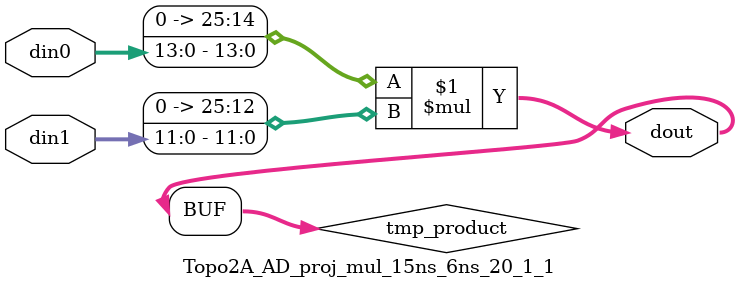
<source format=v>

`timescale 1 ns / 1 ps

 (* use_dsp = "no" *)  module Topo2A_AD_proj_mul_15ns_6ns_20_1_1(din0, din1, dout);
parameter ID = 1;
parameter NUM_STAGE = 0;
parameter din0_WIDTH = 14;
parameter din1_WIDTH = 12;
parameter dout_WIDTH = 26;

input [din0_WIDTH - 1 : 0] din0; 
input [din1_WIDTH - 1 : 0] din1; 
output [dout_WIDTH - 1 : 0] dout;

wire signed [dout_WIDTH - 1 : 0] tmp_product;
























assign tmp_product = $signed({1'b0, din0}) * $signed({1'b0, din1});











assign dout = tmp_product;





















endmodule

</source>
